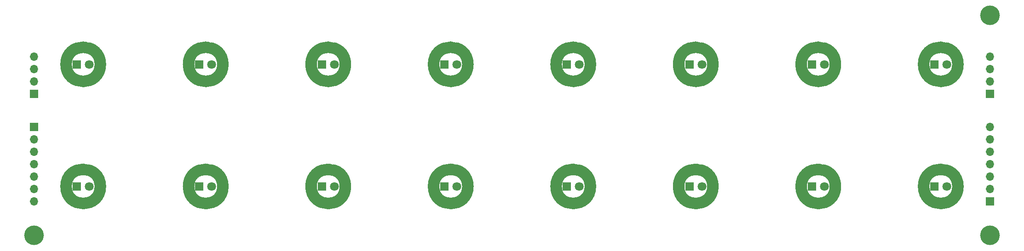
<source format=gbr>
%TF.GenerationSoftware,KiCad,Pcbnew,(5.1.7-0-10_14)*%
%TF.CreationDate,2020-10-27T13:19:28-03:00*%
%TF.ProjectId,macedo module 3,6d616365-646f-4206-9d6f-64756c652033,1*%
%TF.SameCoordinates,Original*%
%TF.FileFunction,Soldermask,Top*%
%TF.FilePolarity,Negative*%
%FSLAX46Y46*%
G04 Gerber Fmt 4.6, Leading zero omitted, Abs format (unit mm)*
G04 Created by KiCad (PCBNEW (5.1.7-0-10_14)) date 2020-10-27 13:19:28*
%MOMM*%
%LPD*%
G01*
G04 APERTURE LIST*
%ADD10C,2.350000*%
%ADD11C,4.000000*%
%ADD12C,1.800000*%
%ADD13R,1.800000X1.800000*%
%ADD14O,1.700000X1.700000*%
%ADD15R,1.700000X1.700000*%
G04 APERTURE END LIST*
D10*
%TO.C,SW2*%
X65600000Y-99400000D02*
G75*
G03*
X65600000Y-99400000I-3500000J0D01*
G01*
%TO.C,SW1*%
X65600000Y-74400000D02*
G75*
G03*
X65600000Y-74400000I-3500000J0D01*
G01*
%TO.C,SW3*%
X90600000Y-74400000D02*
G75*
G03*
X90600000Y-74400000I-3500000J0D01*
G01*
%TO.C,SW4*%
X90600000Y-99400000D02*
G75*
G03*
X90600000Y-99400000I-3500000J0D01*
G01*
%TO.C,SW5*%
X115600000Y-74400000D02*
G75*
G03*
X115600000Y-74400000I-3500000J0D01*
G01*
%TO.C,SW6*%
X115600000Y-99400000D02*
G75*
G03*
X115600000Y-99400000I-3500000J0D01*
G01*
%TO.C,SW7*%
X140600000Y-74400000D02*
G75*
G03*
X140600000Y-74400000I-3500000J0D01*
G01*
%TO.C,SW8*%
X140600000Y-99400000D02*
G75*
G03*
X140600000Y-99400000I-3500000J0D01*
G01*
%TO.C,SW9*%
X165600000Y-74400000D02*
G75*
G03*
X165600000Y-74400000I-3500000J0D01*
G01*
%TO.C,SW10*%
X165600000Y-99400000D02*
G75*
G03*
X165600000Y-99400000I-3500000J0D01*
G01*
%TO.C,SW11*%
X190600000Y-74400000D02*
G75*
G03*
X190600000Y-74400000I-3500000J0D01*
G01*
%TO.C,SW12*%
X190600000Y-99400000D02*
G75*
G03*
X190600000Y-99400000I-3500000J0D01*
G01*
%TO.C,SW13*%
X215600000Y-74400000D02*
G75*
G03*
X215600000Y-74400000I-3500000J0D01*
G01*
%TO.C,SW14*%
X215600000Y-99400000D02*
G75*
G03*
X215600000Y-99400000I-3500000J0D01*
G01*
%TO.C,SW15*%
X240600000Y-74400000D02*
G75*
G03*
X240600000Y-74400000I-3500000J0D01*
G01*
%TO.C,SW16*%
X240600000Y-99400000D02*
G75*
G03*
X240600000Y-99400000I-3500000J0D01*
G01*
%TD*%
D11*
%TO.C,REF\u002A\u002A*%
X247100000Y-64400000D03*
%TD*%
%TO.C,REF\u002A\u002A*%
X247100000Y-109400000D03*
%TD*%
%TO.C,REF\u002A\u002A*%
X52100000Y-109400000D03*
%TD*%
D12*
%TO.C,D1*%
X63340000Y-74400000D03*
D13*
X60800000Y-74400000D03*
%TD*%
%TO.C,D2*%
X60800000Y-99400000D03*
D12*
X63340000Y-99400000D03*
%TD*%
D13*
%TO.C,D3*%
X85800000Y-74400000D03*
D12*
X88340000Y-74400000D03*
%TD*%
D13*
%TO.C,D4*%
X85800000Y-99400000D03*
D12*
X88340000Y-99400000D03*
%TD*%
%TO.C,D5*%
X113340000Y-74400000D03*
D13*
X110800000Y-74400000D03*
%TD*%
%TO.C,D6*%
X110800000Y-99400000D03*
D12*
X113340000Y-99400000D03*
%TD*%
D13*
%TO.C,D7*%
X135800000Y-74400000D03*
D12*
X138340000Y-74400000D03*
%TD*%
%TO.C,D8*%
X138340000Y-99400000D03*
D13*
X135800000Y-99400000D03*
%TD*%
%TO.C,D9*%
X160800000Y-74400000D03*
D12*
X163340000Y-74400000D03*
%TD*%
%TO.C,D10*%
X163340000Y-99400000D03*
D13*
X160800000Y-99400000D03*
%TD*%
D12*
%TO.C,D11*%
X188340000Y-74400000D03*
D13*
X185800000Y-74400000D03*
%TD*%
D12*
%TO.C,D12*%
X188340000Y-99400000D03*
D13*
X185800000Y-99400000D03*
%TD*%
%TO.C,D13*%
X210800000Y-74400000D03*
D12*
X213340000Y-74400000D03*
%TD*%
%TO.C,D14*%
X213340000Y-99400000D03*
D13*
X210800000Y-99400000D03*
%TD*%
D12*
%TO.C,D15*%
X238340000Y-74400000D03*
D13*
X235800000Y-74400000D03*
%TD*%
%TO.C,D16*%
X235800000Y-99400000D03*
D12*
X238340000Y-99400000D03*
%TD*%
D14*
%TO.C,4067_conn_1*%
X247100000Y-87200000D03*
X247100000Y-89740000D03*
X247100000Y-92280000D03*
X247100000Y-94820000D03*
X247100000Y-97360000D03*
X247100000Y-99900000D03*
D15*
X247100000Y-102440000D03*
%TD*%
%TO.C,4067_conn_2*%
X52100000Y-87190000D03*
D14*
X52100000Y-89730000D03*
X52100000Y-92270000D03*
X52100000Y-94810000D03*
X52100000Y-97350000D03*
X52100000Y-99890000D03*
X52100000Y-102430000D03*
%TD*%
D15*
%TO.C,595_conn_1*%
X52100000Y-80440000D03*
D14*
X52100000Y-77900000D03*
X52100000Y-75360000D03*
X52100000Y-72820000D03*
%TD*%
D15*
%TO.C,595_conn_2*%
X247100000Y-80440000D03*
D14*
X247100000Y-77900000D03*
X247100000Y-75360000D03*
X247100000Y-72820000D03*
%TD*%
M02*

</source>
